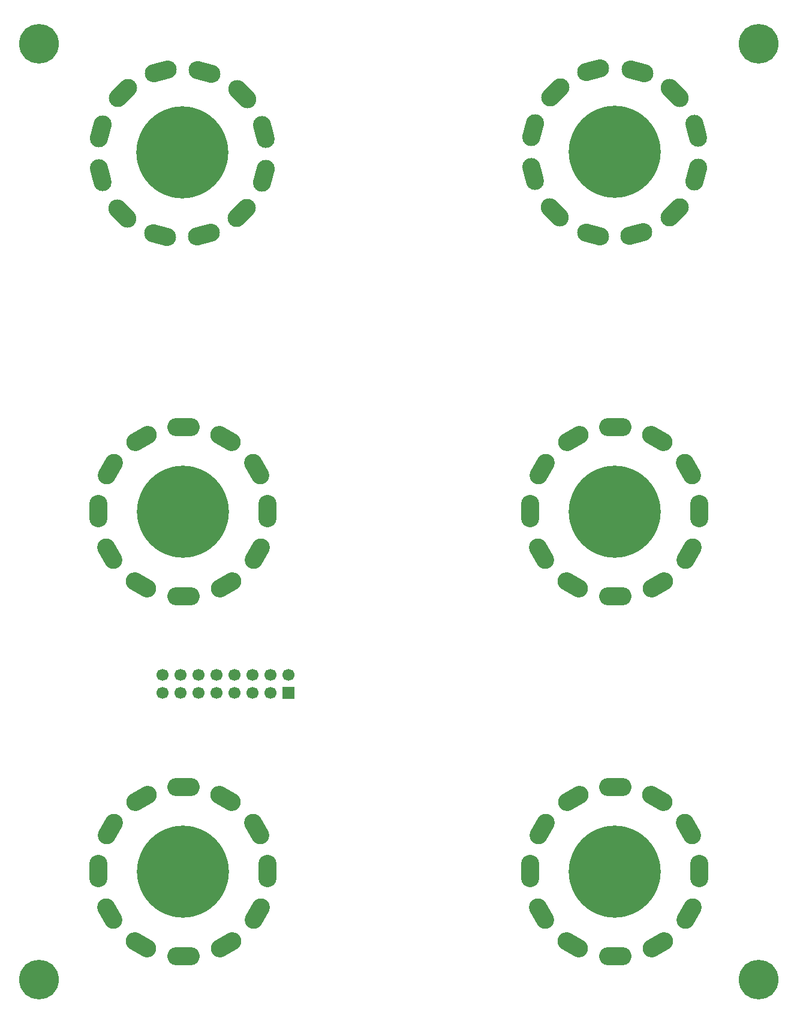
<source format=gbr>
%TF.GenerationSoftware,KiCad,Pcbnew,(6.0.10)*%
%TF.CreationDate,2023-09-11T12:43:08-04:00*%
%TF.ProjectId,pump_board,70756d70-5f62-46f6-9172-642e6b696361,rev?*%
%TF.SameCoordinates,Original*%
%TF.FileFunction,Soldermask,Top*%
%TF.FilePolarity,Negative*%
%FSLAX46Y46*%
G04 Gerber Fmt 4.6, Leading zero omitted, Abs format (unit mm)*
G04 Created by KiCad (PCBNEW (6.0.10)) date 2023-09-11 12:43:08*
%MOMM*%
%LPD*%
G01*
G04 APERTURE LIST*
G04 Aperture macros list*
%AMHorizOval*
0 Thick line with rounded ends*
0 $1 width*
0 $2 $3 position (X,Y) of the first rounded end (center of the circle)*
0 $4 $5 position (X,Y) of the second rounded end (center of the circle)*
0 Add line between two ends*
20,1,$1,$2,$3,$4,$5,0*
0 Add two circle primitives to create the rounded ends*
1,1,$1,$2,$3*
1,1,$1,$4,$5*%
G04 Aperture macros list end*
%ADD10C,13.000000*%
%ADD11HorizOval,2.540000X-0.980457X0.266384X0.980457X-0.266384X0*%
%ADD12HorizOval,2.540000X-0.720924X-0.715908X0.720924X0.715908X0*%
%ADD13HorizOval,2.540000X-0.266384X-0.980457X0.266384X0.980457X0*%
%ADD14HorizOval,2.540000X-0.715908X0.720924X0.715908X-0.720924X0*%
%ADD15HorizOval,2.540000X-0.259533X0.982293X0.259533X-0.982293X0*%
%ADD16HorizOval,2.540000X-0.982293X-0.259533X0.982293X0.259533X0*%
%ADD17HorizOval,2.540000X-0.879882X0.508000X0.879882X-0.508000X0*%
%ADD18O,4.572000X2.540000*%
%ADD19O,2.540000X4.572000*%
%ADD20HorizOval,2.540000X-0.508000X0.879882X0.508000X-0.879882X0*%
%ADD21HorizOval,2.540000X0.879882X0.508000X-0.879882X-0.508000X0*%
%ADD22HorizOval,2.540000X0.508000X0.879882X-0.508000X-0.879882X0*%
%ADD23C,5.600000*%
%ADD24R,1.700000X1.700000*%
%ADD25C,1.700000*%
G04 APERTURE END LIST*
D10*
%TO.C,U6*%
X154940000Y-214605069D03*
D11*
X158140827Y-203241338D03*
D12*
X163392215Y-223143465D03*
D13*
X166489170Y-217827667D03*
D14*
X163453952Y-206339824D03*
D15*
X166515976Y-211677122D03*
D16*
X158052284Y-226195523D03*
D12*
X146568368Y-206201755D03*
D13*
X143448437Y-211567639D03*
D15*
X143432102Y-217776145D03*
D11*
X151880799Y-226282072D03*
D16*
X151953261Y-203111647D03*
D14*
X146512241Y-223163672D03*
%TD*%
D10*
%TO.C,U5*%
X93885036Y-214729724D03*
D11*
X97085863Y-203365993D03*
D12*
X102337251Y-223268120D03*
D13*
X105434206Y-217952322D03*
D14*
X102398988Y-206464479D03*
D15*
X105461012Y-211801777D03*
D16*
X96997320Y-226320178D03*
D12*
X85513404Y-206326410D03*
D13*
X82393473Y-211692294D03*
D15*
X82377138Y-217900800D03*
D11*
X90825835Y-226406727D03*
D16*
X90898297Y-203236302D03*
D14*
X85457277Y-223288327D03*
%TD*%
D10*
%TO.C,U1*%
X93980000Y-316230000D03*
D17*
X100027830Y-305857869D03*
D18*
X94088187Y-304260822D03*
D19*
X105962902Y-316152381D03*
D20*
X104376164Y-310209976D03*
D21*
X88145782Y-305857869D03*
D22*
X83792878Y-310203227D03*
D20*
X83698942Y-322147976D03*
D18*
X94088188Y-328136821D03*
D19*
X82086902Y-316152382D03*
D22*
X104470100Y-322141226D03*
D21*
X100083783Y-326535091D03*
D17*
X88089831Y-326535091D03*
%TD*%
D10*
%TO.C,U4*%
X154940000Y-265430000D03*
D17*
X160987830Y-255057869D03*
D18*
X155048187Y-253460822D03*
D20*
X165336164Y-259409976D03*
D21*
X149105782Y-255057869D03*
D22*
X144752878Y-259403227D03*
D19*
X166922902Y-265352381D03*
D22*
X165430100Y-271341226D03*
D17*
X149049831Y-275735091D03*
D18*
X155048188Y-277336821D03*
D20*
X144658942Y-271347976D03*
D19*
X143046902Y-265352382D03*
D21*
X161043783Y-275735091D03*
%TD*%
D10*
%TO.C,U2*%
X154940000Y-316230000D03*
D19*
X166922902Y-316152381D03*
D21*
X149105782Y-305857869D03*
D20*
X165336164Y-310209976D03*
D18*
X155048187Y-304260822D03*
D22*
X144752878Y-310203227D03*
D17*
X160987830Y-305857869D03*
D19*
X143046902Y-316152382D03*
D22*
X165430100Y-322141226D03*
D17*
X149049831Y-326535091D03*
D18*
X155048188Y-328136821D03*
D20*
X144658942Y-322147976D03*
D21*
X161043783Y-326535091D03*
%TD*%
D23*
%TO.C,H2*%
X175260000Y-199390000D03*
%TD*%
D10*
%TO.C,U3*%
X93980000Y-265430000D03*
D22*
X83792878Y-259403227D03*
D21*
X88145782Y-255057869D03*
D17*
X100027830Y-255057869D03*
D18*
X94088187Y-253460822D03*
D20*
X104376164Y-259409976D03*
D19*
X105962902Y-265352381D03*
D22*
X104470100Y-271341226D03*
D21*
X100083783Y-275735091D03*
D20*
X83698942Y-271347976D03*
D19*
X82086902Y-265352382D03*
D17*
X88089831Y-275735091D03*
D18*
X94088188Y-277336821D03*
%TD*%
D23*
%TO.C,H3*%
X73660000Y-331470000D03*
%TD*%
%TO.C,H1*%
X73660000Y-199390000D03*
%TD*%
%TO.C,H4*%
X175260000Y-331470000D03*
%TD*%
D24*
%TO.C,J1*%
X108926800Y-290935000D03*
D25*
X108926800Y-288395000D03*
X106386800Y-290935000D03*
X106386800Y-288395000D03*
X103846800Y-290935000D03*
X103846800Y-288395000D03*
X101306800Y-290935000D03*
X101306800Y-288395000D03*
X98766800Y-290935000D03*
X98766800Y-288395000D03*
X96226800Y-290935000D03*
X96226800Y-288395000D03*
X93686800Y-290935000D03*
X93686800Y-288395000D03*
X91146800Y-290935000D03*
X91146800Y-288395000D03*
%TD*%
M02*

</source>
